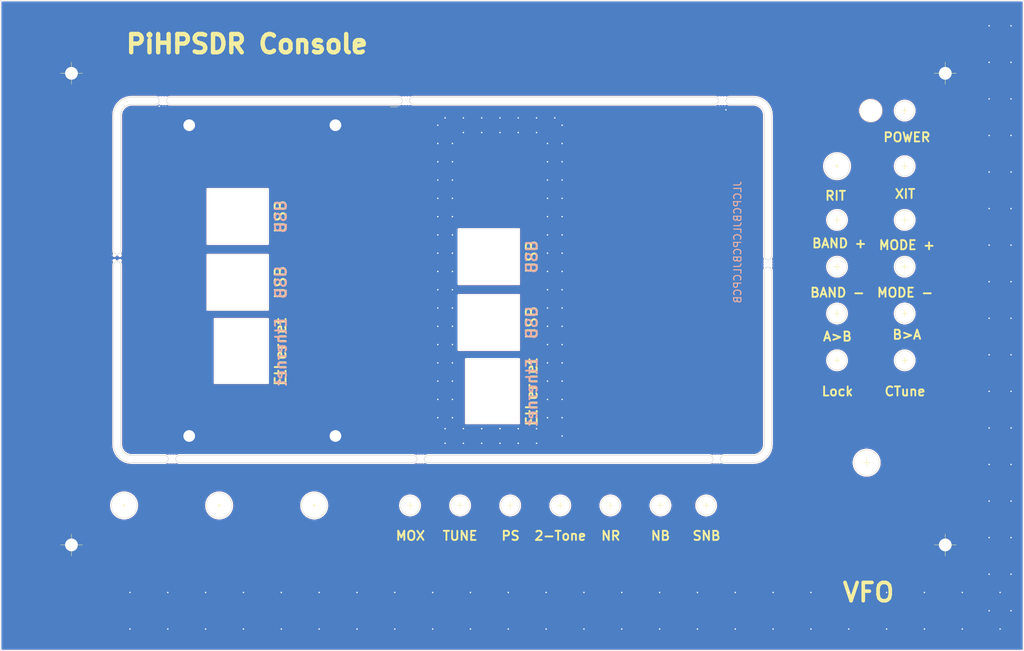
<source format=kicad_pcb>
(kicad_pcb (version 20171130) (host pcbnew "(5.1.5)-3")
  (layers (0 F.Cu signal) (31 B.Cu signal) (34 B.Paste user) (35 F.Paste user) (36 B.SilkS user) (37 F.SilkS user) (38 B.Mask user) (39 F.Mask user) (44 Edge.Cuts user))
  (net 0 "")
  (net 1 GND)
  (module MountingHole:MountingHole_3.5mm_Pad (layer F.Cu) (at 38.8 38.8)
    (fp_text reference H2 hide)
    (fp_text value MountingHole_Pad)
    (pad 1 thru_hole circle (at 0 0) (size 7 7) (drill 3.5) (layers *.Cu *.Mask) (net 1 GND))
  )
  (module "pihpsdr graphic:mouse-bite-2mm-slot" (layer F.Cu) (at 51.3 89.3 90)
    (fp_text reference mouse-bite-2mm-slot hide)
    (fp_text value VAL** hide)
    (fp_arc (start 2 0) (end 2 1) (angle 180) (layer Edge.Cuts) (width 0.15))
    (fp_arc (start -2 0) (end -2 -1) (angle 180) (layer Edge.Cuts) (width 0.15))
    (pad "" np_thru_hole circle (at 0.75 0.75 90) (size 0.5 0.5) (drill 0.5) (layers *.Cu *.Mask))
    (pad "" np_thru_hole circle (at -0.75 0.75 90) (size 0.5 0.5) (drill 0.5) (layers *.Cu *.Mask))
    (pad "" np_thru_hole circle (at -0.75 -0.75 90) (size 0.5 0.5) (drill 0.5) (layers *.Cu *.Mask))
    (pad "" np_thru_hole circle (at 0.75 -0.75 90) (size 0.5 0.5) (drill 0.5) (layers *.Cu *.Mask))
  )
  (module "pihpsdr graphic:mouse-bite-2mm-slot" (layer F.Cu) (at 229.3 90.8 90)
    (fp_text reference mouse-bite-2mm-slot hide)
    (fp_text value VAL** hide)
    (fp_arc (start 2 0) (end 2 1) (angle 180) (layer Edge.Cuts) (width 0.15))
    (fp_arc (start -2 0) (end -2 -1) (angle 180) (layer Edge.Cuts) (width 0.15))
    (pad "" np_thru_hole circle (at 0.75 0.75 90) (size 0.5 0.5) (drill 0.5) (layers *.Cu *.Mask))
    (pad "" np_thru_hole circle (at -0.75 0.75 90) (size 0.5 0.5) (drill 0.5) (layers *.Cu *.Mask))
    (pad "" np_thru_hole circle (at -0.75 -0.75 90) (size 0.5 0.5) (drill 0.5) (layers *.Cu *.Mask))
    (pad "" np_thru_hole circle (at 0.75 -0.75 90) (size 0.5 0.5) (drill 0.5) (layers *.Cu *.Mask))
    (pad "" np_thru_hole circle (at 0 0.75 90) (size 0.5 0.5) (drill 0.5) (layers *.Cu *.Mask))
    (pad "" np_thru_hole circle (at 0 -0.75 90) (size 0.5 0.5) (drill 0.5) (layers *.Cu *.Mask))
  )
  (module "pihpsdr graphic:mouse-bite-2mm-slot" (layer F.Cu) (at 215.3 144.3)
    (fp_text reference mouse-bite-2mm-slot hide)
    (fp_text value VAL** hide)
    (fp_arc (start 2 0) (end 2 1) (angle 180) (layer Edge.Cuts) (width 0.15))
    (fp_arc (start -2 0) (end -2 -1) (angle 180) (layer Edge.Cuts) (width 0.15))
    (pad "" np_thru_hole circle (at 0.75 0.75) (size 0.5 0.5) (drill 0.5) (layers *.Cu *.Mask))
    (pad "" np_thru_hole circle (at -0.75 0.75) (size 0.5 0.5) (drill 0.5) (layers *.Cu *.Mask))
    (pad "" np_thru_hole circle (at -0.75 -0.75) (size 0.5 0.5) (drill 0.5) (layers *.Cu *.Mask))
    (pad "" np_thru_hole circle (at 0.75 -0.75) (size 0.5 0.5) (drill 0.5) (layers *.Cu *.Mask))
    (pad "" np_thru_hole circle (at 0 0.75) (size 0.5 0.5) (drill 0.5) (layers *.Cu *.Mask))
    (pad "" np_thru_hole circle (at 0 -0.75) (size 0.5 0.5) (drill 0.5) (layers *.Cu *.Mask))
  )
  (module "pihpsdr graphic:mouse-bite-2mm-slot" (layer F.Cu) (at 66.3 144.3)
    (fp_text reference mouse-bite-2mm-slot hide)
    (fp_text value VAL** hide)
    (fp_arc (start 2 0) (end 2 1) (angle 180) (layer Edge.Cuts) (width 0.15))
    (fp_arc (start -2 0) (end -2 -1) (angle 180) (layer Edge.Cuts) (width 0.15))
    (pad "" np_thru_hole circle (at 0.75 0.75) (size 0.5 0.5) (drill 0.5) (layers *.Cu *.Mask))
    (pad "" np_thru_hole circle (at -0.75 0.75) (size 0.5 0.5) (drill 0.5) (layers *.Cu *.Mask))
    (pad "" np_thru_hole circle (at -0.75 -0.75) (size 0.5 0.5) (drill 0.5) (layers *.Cu *.Mask))
    (pad "" np_thru_hole circle (at 0.75 -0.75) (size 0.5 0.5) (drill 0.5) (layers *.Cu *.Mask))
    (pad "" np_thru_hole circle (at 0 0.75) (size 0.5 0.5) (drill 0.5) (layers *.Cu *.Mask))
    (pad "" np_thru_hole circle (at 0 -0.75) (size 0.5 0.5) (drill 0.5) (layers *.Cu *.Mask))
  )
  (module "pihpsdr graphic:mouse-bite-2mm-slot" (layer F.Cu) (at 134.3 144.3)
    (fp_text reference mouse-bite-2mm-slot hide)
    (fp_text value VAL** hide)
    (fp_arc (start 2 0) (end 2 1) (angle 180) (layer Edge.Cuts) (width 0.15))
    (fp_arc (start -2 0) (end -2 -1) (angle 180) (layer Edge.Cuts) (width 0.15))
    (pad "" np_thru_hole circle (at 0.75 0.75) (size 0.5 0.5) (drill 0.5) (layers *.Cu *.Mask))
    (pad "" np_thru_hole circle (at -0.75 0.75) (size 0.5 0.5) (drill 0.5) (layers *.Cu *.Mask))
    (pad "" np_thru_hole circle (at -0.75 -0.75) (size 0.5 0.5) (drill 0.5) (layers *.Cu *.Mask))
    (pad "" np_thru_hole circle (at 0.75 -0.75) (size 0.5 0.5) (drill 0.5) (layers *.Cu *.Mask))
    (pad "" np_thru_hole circle (at 0 0.75) (size 0.5 0.5) (drill 0.5) (layers *.Cu *.Mask))
    (pad "" np_thru_hole circle (at 0 -0.75) (size 0.5 0.5) (drill 0.5) (layers *.Cu *.Mask))
  )
  (module "pihpsdr graphic:mouse-bite-2mm-slot" (layer F.Cu) (at 130.3 46.3)
    (fp_text reference mouse-bite-2mm-slot hide)
    (fp_text value VAL** hide)
    (fp_arc (start 2 0) (end 2 1) (angle 180) (layer Edge.Cuts) (width 0.15))
    (fp_arc (start -2 0) (end -2 -1) (angle 180) (layer Edge.Cuts) (width 0.15))
    (pad "" np_thru_hole circle (at 0.75 0.75) (size 0.5 0.5) (drill 0.5) (layers *.Cu *.Mask))
    (pad "" np_thru_hole circle (at -0.75 0.75) (size 0.5 0.5) (drill 0.5) (layers *.Cu *.Mask))
    (pad "" np_thru_hole circle (at -0.75 -0.75) (size 0.5 0.5) (drill 0.5) (layers *.Cu *.Mask))
    (pad "" np_thru_hole circle (at 0.75 -0.75) (size 0.5 0.5) (drill 0.5) (layers *.Cu *.Mask))
    (pad "" np_thru_hole circle (at 0 0.75) (size 0.5 0.5) (drill 0.5) (layers *.Cu *.Mask))
    (pad "" np_thru_hole circle (at 0 -0.75) (size 0.5 0.5) (drill 0.5) (layers *.Cu *.Mask))
  )
  (module "pihpsdr graphic:mouse-bite-2mm-slot" (layer F.Cu) (at 216.8 46.3)
    (fp_text reference mouse-bite-2mm-slot hide)
    (fp_text value VAL** hide)
    (fp_arc (start 2 0) (end 2 1) (angle 180) (layer Edge.Cuts) (width 0.15))
    (fp_arc (start -2 0) (end -2 -1) (angle 180) (layer Edge.Cuts) (width 0.15))
    (pad "" np_thru_hole circle (at 0.75 0.75) (size 0.5 0.5) (drill 0.5) (layers *.Cu *.Mask))
    (pad "" np_thru_hole circle (at -0.75 0.75) (size 0.5 0.5) (drill 0.5) (layers *.Cu *.Mask))
    (pad "" np_thru_hole circle (at -0.75 -0.75) (size 0.5 0.5) (drill 0.5) (layers *.Cu *.Mask))
    (pad "" np_thru_hole circle (at 0.75 -0.75) (size 0.5 0.5) (drill 0.5) (layers *.Cu *.Mask))
    (pad "" np_thru_hole circle (at 0 0.75) (size 0.5 0.5) (drill 0.5) (layers *.Cu *.Mask))
    (pad "" np_thru_hole circle (at 0 -0.75) (size 0.5 0.5) (drill 0.5) (layers *.Cu *.Mask))
  )
  (module "pihpsdr graphic:mouse-bite-2mm-slot" (layer F.Cu) (at 63.8 46.3)
    (fp_text reference mouse-bite-2mm-slot hide)
    (fp_text value VAL** hide)
    (fp_arc (start 2 0) (end 2 1) (angle 180) (layer Edge.Cuts) (width 0.15))
    (fp_arc (start -2 0) (end -2 -1) (angle 180) (layer Edge.Cuts) (width 0.15))
    (pad "" np_thru_hole circle (at 0.75 0.75) (size 0.5 0.5) (drill 0.5) (layers *.Cu *.Mask))
    (pad "" np_thru_hole circle (at -0.75 0.75) (size 0.5 0.5) (drill 0.5) (layers *.Cu *.Mask))
    (pad "" np_thru_hole circle (at -0.75 -0.75) (size 0.5 0.5) (drill 0.5) (layers *.Cu *.Mask))
    (pad "" np_thru_hole circle (at 0.75 -0.75) (size 0.5 0.5) (drill 0.5) (layers *.Cu *.Mask))
    (pad "" np_thru_hole circle (at 0 0.75) (size 0.5 0.5) (drill 0.5) (layers *.Cu *.Mask))
    (pad "" np_thru_hole circle (at 0 -0.75) (size 0.5 0.5) (drill 0.5) (layers *.Cu *.Mask))
  )
  (module MountingHole:MountingHole_3.5mm_Pad (layer F.Cu) (at 277.8 38.8)
    (fp_text reference H1 hide)
    (fp_text value MountingHole_Pad)
    (pad 1 thru_hole circle (at 0 0) (size 7 7) (drill 3.5) (layers *.Cu *.Mask) (net 1 GND))
  )
  (module MountingHole:MountingHole_3.5mm_Pad (layer F.Cu) (at 38.8 167.8)
    (fp_text reference H3 hide)
    (fp_text value MountingHole_Pad)
    (pad 1 thru_hole circle (at 0 0) (size 7 7) (drill 3.5) (layers *.Cu *.Mask) (net 1 GND))
  )
  (module MountingHole:MountingHole_3.5mm_Pad (layer F.Cu) (at 277.8 167.8)
    (fp_text reference H4 hide)
    (fp_text value MountingHole_Pad)
    (pad 1 thru_hole circle (at 0 0) (size 7 7) (drill 3.5) (layers *.Cu *.Mask) (net 1 GND))
  )
  (module MountingHole:MountingHole_3.2mm_M3_Pad (layer F.Cu) (at 71 53 90)
    (fp_text reference H1 hide)
    (fp_text value MountingHole_Pad)
    (pad 1 thru_hole circle (at 0 0 90) (size 6.4 6.4) (drill 3.2) (layers *.Cu *.Mask) (net 1 GND))
  )
  (module MountingHole:MountingHole_3.2mm_M3_Pad (layer F.Cu) (at 111 53 90)
    (fp_text reference H2 hide)
    (fp_text value MountingHole_Pad)
    (pad 1 thru_hole circle (at 0 0 90) (size 6.4 6.4) (drill 3.2) (layers *.Cu *.Mask) (net 1 GND))
  )
  (module MountingHole:MountingHole_3.2mm_M3_Pad (layer F.Cu) (at 111 138 90)
    (fp_text reference H3 hide)
    (fp_text value MountingHole_Pad)
    (pad 1 thru_hole circle (at 0 0 90) (size 6.4 6.4) (drill 3.2) (layers *.Cu *.Mask) (net 1 GND))
  )
  (module MountingHole:MountingHole_3.2mm_M3_Pad (layer F.Cu) (at 71 138 90)
    (fp_text reference H4 hide)
    (fp_text value MountingHole_Pad)
    (pad 1 thru_hole circle (at 0 0 90) (size 6.4 6.4) (drill 3.2) (layers *.Cu *.Mask) (net 1 GND))
  )
  (gr_line (start 41.8 38.8) (end 35.8 38.8) (layer F.SilkS) (width 0.12))
  (gr_line (start 38.8 41.8) (end 38.8 35.8) (layer F.SilkS) (width 0.12))
  (gr_text JLCPCBJLCPCBJLCPCB (at 221 85 90) (layer B.SilkS) (effects (font (size 2 2) (thickness 0.3)) (justify mirror)))
  (gr_text "PiHPSDR Console" (at 86.8 30.8) (layer F.SilkS) (effects (font (size 5 5) (thickness 1.2))))
  (gr_line (start 68.3 145.3) (end 132.3 145.3) (layer Edge.Cuts) (width 0.15))
  (gr_line (start 55.3 145.3) (end 64.3 145.3) (layer Edge.Cuts) (width 0.15))
  (gr_line (start 132.3 47.3) (end 214.8 47.3) (layer Edge.Cuts) (width 0.15))
  (gr_line (start 65.8 47.3) (end 128.3 47.3) (layer Edge.Cuts) (width 0.15))
  (gr_line (start 52.3 140.3) (end 52.3 91.3) (layer Edge.Cuts) (width 0.15))
  (gr_line (start 64.3 143.3) (end 55.3 143.3) (layer Edge.Cuts) (width 0.15))
  (gr_line (start 132.3 143.3) (end 68.3 143.3) (layer Edge.Cuts) (width 0.15))
  (gr_line (start 213.3 143.3) (end 136.3 143.3) (layer Edge.Cuts) (width 0.15))
  (gr_line (start 225.3 143.3) (end 217.3 143.3) (layer Edge.Cuts) (width 0.15))
  (gr_line (start 228.3 140.3) (end 228.3 92.8) (layer Edge.Cuts) (width 0.15))
  (gr_line (start 228.3 50.3) (end 228.3 88.8) (layer Edge.Cuts) (width 0.15))
  (gr_line (start 225.3 47.3) (end 218.8 47.3) (layer Edge.Cuts) (width 0.15))
  (gr_arc (start 225.3 50.3) (end 228.3 50.3) (angle -90) (layer Edge.Cuts) (width 0.15))
  (gr_arc (start 225.3 140.3) (end 225.3 143.3) (angle -90) (layer Edge.Cuts) (width 0.15))
  (gr_arc (start 55.3 140.3) (end 52.3 140.3) (angle -90) (layer Edge.Cuts) (width 0.15))
  (gr_line (start 61.8 47.3) (end 55.3 47.3) (layer Edge.Cuts) (width 0.15))
  (gr_line (start 52.3 87.3) (end 52.3 50.3) (layer Edge.Cuts) (width 0.15))
  (gr_arc (start 55.3 50.3) (end 55.3 47.3) (angle -90) (layer Edge.Cuts) (width 0.15))
  (gr_line (start 61.8 45.3) (end 55.3 45.3) (layer Edge.Cuts) (width 0.15))
  (gr_line (start 50.3 87.3) (end 50.3 50.3) (layer Edge.Cuts) (width 0.15))
  (gr_line (start 50.3 140.3) (end 50.3 91.3) (layer Edge.Cuts) (width 0.15))
  (gr_line (start 213.3 145.3) (end 136.3 145.3) (layer Edge.Cuts) (width 0.15))
  (gr_line (start 225.3 145.3) (end 217.3 145.3) (layer Edge.Cuts) (width 0.15))
  (gr_line (start 230.3 92.8) (end 230.3 140.3) (layer Edge.Cuts) (width 0.15))
  (gr_line (start 230.3 50.3) (end 230.3 88.8) (layer Edge.Cuts) (width 0.15))
  (gr_line (start 218.8 45.3) (end 225.3 45.3) (layer Edge.Cuts) (width 0.15))
  (gr_line (start 132.3 45.3) (end 214.8 45.3) (layer Edge.Cuts) (width 0.15))
  (gr_line (start 65.8 45.3) (end 128.3 45.3) (layer Edge.Cuts) (width 0.15))
  (gr_line (start 19.3 18.8) (end 19.3 196.8) (layer Edge.Cuts) (width 0.1))
  (gr_line (start 299.3 18.8) (end 19.3 18.8) (layer Edge.Cuts) (width 0.1))
  (gr_line (start 299.3 196.8) (end 299.3 18.8) (layer Edge.Cuts) (width 0.1))
  (gr_line (start 19.3 196.8) (end 299.3 196.8) (layer Edge.Cuts) (width 0.1))
  (gr_arc (start 55.3 140.3) (end 50.3 140.3) (angle -90) (layer Edge.Cuts) (width 0.15))
  (gr_arc (start 225.3 140.3) (end 225.3 145.3) (angle -90) (layer Edge.Cuts) (width 0.15))
  (gr_arc (start 225.3 50.3) (end 230.3 50.3) (angle -90) (layer Edge.Cuts) (width 0.15))
  (gr_arc (start 55.3 50.3) (end 55.3 45.3) (angle -90) (layer Edge.Cuts) (width 0.15))
  (gr_text POWER (at 267.3 56.3) (layer F.SilkS) (effects (font (size 2.5 2.5) (thickness 0.5))))
  (gr_text XIT (at 266.8 71.8) (layer F.SilkS) (effects (font (size 2.5 2.5) (thickness 0.5))))
  (gr_text RIT (at 247.8 72.3) (layer F.SilkS) (effects (font (size 2.5 2.5) (thickness 0.5))))
  (gr_text "MODE +" (at 267.3 85.8) (layer F.SilkS) (effects (font (size 2.5 2.5) (thickness 0.5))))
  (gr_text "BAND +" (at 248.8 85.3) (layer F.SilkS) (effects (font (size 2.5 2.5) (thickness 0.5))))
  (gr_text "MODE -" (at 266.8 98.8) (layer F.SilkS) (effects (font (size 2.5 2.5) (thickness 0.5))))
  (gr_text "BAND -" (at 248.3 98.8) (layer F.SilkS) (effects (font (size 2.5 2.5) (thickness 0.5))))
  (gr_text B>A (at 267.3 110.3) (layer F.SilkS) (effects (font (size 2.5 2.5) (thickness 0.5))))
  (gr_text A>B (at 248.3 110.8) (layer F.SilkS) (effects (font (size 2.5 2.5) (thickness 0.5))))
  (gr_text CTune (at 266.8 125.8) (layer F.SilkS) (effects (font (size 2.5 2.5) (thickness 0.5))))
  (gr_text "Lock\n" (at 248.3 125.8) (layer F.SilkS) (effects (font (size 2.5 2.5) (thickness 0.5))))
  (gr_text "VFO\n" (at 256.8 180.8) (layer F.SilkS) (effects (font (size 5 5) (thickness 1))))
  (gr_text "SNB\n" (at 212.5 165.3) (layer F.SilkS) (effects (font (size 2.5 2.5) (thickness 0.5))))
  (gr_text "NB\n" (at 199.9 165.3) (layer F.SilkS) (effects (font (size 2.5 2.5) (thickness 0.5))))
  (gr_text "NR\n" (at 186.3 165.3) (layer F.SilkS) (effects (font (size 2.5 2.5) (thickness 0.5))))
  (gr_text 2-Tone (at 172.5 165.3) (layer F.SilkS) (effects (font (size 2.5 2.5) (thickness 0.5))))
  (gr_text "PS\n" (at 158.9 165.3) (layer F.SilkS) (effects (font (size 2.5 2.5) (thickness 0.5))))
  (gr_text "TUNE\n" (at 145.1 165.3) (layer F.SilkS) (effects (font (size 2.5 2.5) (thickness 0.5))))
  (gr_text MOX (at 131.5 165.3) (layer F.SilkS) (effects (font (size 2.5 2.5) (thickness 0.5))))
  (gr_circle (center 257.43 49) (end 260.6 48.7) (layer B.SilkS) (width 0.12))
  (gr_circle (center 79.2 157) (end 82.7 157) (layer Edge.Cuts) (width 0.12))
  (gr_line (start 78.7 157) (end 79.7 157) (layer F.SilkS) (width 0.12))
  (gr_line (start 52.7 157) (end 53.7 157) (layer F.SilkS) (width 0.12))
  (gr_line (start 53.2 156.5) (end 53.2 157.5) (layer F.SilkS) (width 0.12))
  (gr_line (start 79.2 156.5) (end 79.2 157.5) (layer F.SilkS) (width 0.12))
  (gr_line (start 104.7 157) (end 105.7 157) (layer F.SilkS) (width 0.12))
  (gr_line (start 105.2 156.5) (end 105.2 157.5) (layer F.SilkS) (width 0.12))
  (gr_circle (center 256.3 145.3) (end 259.8 145.3) (layer Edge.Cuts) (width 0.12))
  (gr_circle (center 172.5 157) (end 175.15 157) (layer Edge.Cuts) (width 0.12))
  (gr_circle (center 186.2 157) (end 188.85 157) (layer Edge.Cuts) (width 0.12))
  (gr_circle (center 199.9 157) (end 202.55 157) (layer Edge.Cuts) (width 0.12))
  (gr_circle (center 212.4 157) (end 215.05 157) (layer Edge.Cuts) (width 0.12))
  (gr_circle (center 266.7 117.3) (end 269.35 117.3) (layer Edge.Cuts) (width 0.12))
  (gr_circle (center 248.2 117.3) (end 250.85 117.3) (layer Edge.Cuts) (width 0.12))
  (gr_circle (center 248.2 104.5) (end 250.85 104.5) (layer Edge.Cuts) (width 0.12))
  (gr_circle (center 266.7 104.5) (end 269.35 104.5) (layer Edge.Cuts) (width 0.12))
  (gr_circle (center 266.7 91.7) (end 269.35 91.7) (layer Edge.Cuts) (width 0.12))
  (gr_circle (center 248.2 91.7) (end 250.85 91.7) (layer Edge.Cuts) (width 0.12))
  (gr_circle (center 248.2 78.9) (end 250.85 78.9) (layer Edge.Cuts) (width 0.12))
  (gr_circle (center 266.7 78.9) (end 269.35 78.9) (layer Edge.Cuts) (width 0.12))
  (gr_circle (center 248.2 64.2) (end 251.7 64.2) (layer Edge.Cuts) (width 0.12))
  (gr_line (start 247.7 64.2) (end 248.7 64.2) (layer F.SilkS) (width 0.12))
  (gr_line (start 248.2 63.7) (end 248.2 64.7) (layer F.SilkS) (width 0.12))
  (gr_circle (center 266.7 64.2) (end 269.35 64.2) (layer Edge.Cuts) (width 0.12))
  (gr_circle (center 266.7 49) (end 269.35 49) (layer Edge.Cuts) (width 0.12))
  (gr_circle (center 158.8 157) (end 161.45 157) (layer Edge.Cuts) (width 0.12))
  (gr_circle (center 145.1 157) (end 147.75 157) (layer Edge.Cuts) (width 0.12))
  (gr_circle (center 131.4 157) (end 134.05 157) (layer Edge.Cuts) (width 0.12))
  (gr_circle (center 105.2 157) (end 108.7 157) (layer Edge.Cuts) (width 0.12))
  (gr_circle (center 53.2 157) (end 56.7 157) (layer Edge.Cuts) (width 0.12))
  (gr_line (start 38.8 170.8) (end 38.8 164.8) (layer F.SilkS) (width 0.12))
  (gr_line (start 41.8 167.8) (end 35.8 167.8) (layer F.SilkS) (width 0.12))
  (gr_line (start 257.3 145.3) (end 255.3 145.3) (layer F.SilkS) (width 0.12))
  (gr_line (start 256.3 146.3) (end 256.3 143.8) (layer F.SilkS) (width 0.12))
  (gr_line (start 280.8 38.8) (end 274.8 38.8) (layer F.SilkS) (width 0.12))
  (gr_line (start 277.8 41.8) (end 277.8 35.8) (layer F.SilkS) (width 0.12))
  (gr_line (start 277.8 164.8) (end 277.8 170.8) (layer F.SilkS) (width 0.12))
  (gr_line (start 274.8 167.8) (end 280.8 167.8) (layer F.SilkS) (width 0.12))
  (gr_line (start 265.8 49) (end 267.5 49) (layer F.SilkS) (width 0.12))
  (gr_line (start 266.7 48.1) (end 266.7 49.8) (layer F.SilkS) (width 0.12))
  (gr_line (start 266.7 63.3) (end 266.7 65.1) (layer F.SilkS) (width 0.12))
  (gr_line (start 267.6 64.2) (end 265.8 64.2) (layer F.SilkS) (width 0.12))
  (gr_line (start 267.6 78.9) (end 265.8 78.9) (layer F.SilkS) (width 0.12))
  (gr_line (start 266.7 78) (end 266.7 79.8) (layer F.SilkS) (width 0.12))
  (gr_line (start 132.3 157) (end 130.5 157) (layer F.SilkS) (width 0.12))
  (gr_line (start 131.4 156.1) (end 131.4 157.9) (layer F.SilkS) (width 0.12))
  (gr_line (start 158.8 156.1) (end 158.8 157.9) (layer F.SilkS) (width 0.12))
  (gr_line (start 159.7 157) (end 157.9 157) (layer F.SilkS) (width 0.12))
  (gr_line (start 146 157) (end 144.2 157) (layer F.SilkS) (width 0.12))
  (gr_line (start 145.1 156.1) (end 145.1 157.8) (layer F.SilkS) (width 0.12))
  (gr_line (start 172.5 156.1) (end 172.5 157.8) (layer F.SilkS) (width 0.12))
  (gr_line (start 173.4 157) (end 171.6 157) (layer F.SilkS) (width 0.12))
  (gr_line (start 187 157) (end 185.3 157) (layer F.SilkS) (width 0.12))
  (gr_line (start 186.2 156.1) (end 186.2 157.9) (layer F.SilkS) (width 0.12))
  (gr_line (start 199.9 156.1) (end 199.9 157.9) (layer F.SilkS) (width 0.12))
  (gr_line (start 200.8 157) (end 199.1 157) (layer F.SilkS) (width 0.12))
  (gr_line (start 211.6 157) (end 213.2 157) (layer F.SilkS) (width 0.12))
  (gr_line (start 212.4 157.8) (end 212.4 156.1) (layer F.SilkS) (width 0.12))
  (gr_line (start 248.2 116.4) (end 248.2 118.1) (layer F.SilkS) (width 0.12))
  (gr_line (start 248.2 103.6) (end 248.2 105.4) (layer F.SilkS) (width 0.12))
  (gr_line (start 248.2 90.8) (end 248.2 92.6) (layer F.SilkS) (width 0.12))
  (gr_line (start 248.2 78) (end 248.2 79.8) (layer F.SilkS) (width 0.12))
  (gr_line (start 247.3 78.9) (end 249.1 78.9) (layer F.SilkS) (width 0.12))
  (gr_line (start 247.3 91.7) (end 249.1 91.7) (layer F.SilkS) (width 0.12))
  (gr_line (start 247.5 104.5) (end 248.9 104.5) (layer F.SilkS) (width 0.12))
  (gr_line (start 247.5 117.3) (end 248.9 117.3) (layer F.SilkS) (width 0.12))
  (gr_line (start 265.9 117.3) (end 267.5 117.3) (layer F.SilkS) (width 0.12))
  (gr_line (start 266.7 116.5) (end 266.7 118.1) (layer F.SilkS) (width 0.12))
  (gr_line (start 265.9 104.5) (end 267.5 104.5) (layer F.SilkS) (width 0.12))
  (gr_line (start 266.7 105.3) (end 266.7 103.7) (layer F.SilkS) (width 0.12))
  (gr_line (start 267.7 91.7) (end 265.7 91.7) (layer F.SilkS) (width 0.12))
  (gr_line (start 266.7 90.9) (end 266.7 92.5) (layer F.SilkS) (width 0.12))
  (gr_line (start 76 70.46) (end 92.5 70.46) (angle 90) (layer Edge.Cuts) (width 0.05))
  (gr_text Ethernet (at 96.1 115 90) (layer B.SilkS) (effects (font (size 3 3) (thickness 0.5)) (justify mirror)))
  (gr_text "USB\n" (at 96.1 78 90) (layer B.SilkS) (effects (font (size 3 3) (thickness 0.5)) (justify mirror)))
  (gr_text "USB\n" (at 96.1 96 90) (layer B.SilkS) (effects (font (size 3 3) (thickness 0.5)) (justify mirror)))
  (gr_text "USB\n" (at 164.7 107 90) (layer B.SilkS) (effects (font (size 3 3) (thickness 0.5)) (justify mirror)))
  (gr_text "USB\n" (at 164.7 89 90) (layer B.SilkS) (effects (font (size 3 3) (thickness 0.5)) (justify mirror)))
  (gr_text Ethernet (at 164.7 126 90) (layer B.SilkS) (effects (font (size 3 3) (thickness 0.5)) (justify mirror)))
  (gr_text "USB\n" (at 164.7 89 90) (layer F.SilkS) (effects (font (size 3 3) (thickness 0.5))))
  (gr_text "USB\n" (at 164.7 107 90) (layer F.SilkS) (effects (font (size 3 3) (thickness 0.5))))
  (gr_text Ethernet (at 164.7 126 90) (layer F.SilkS) (effects (font (size 3 3) (thickness 0.5))))
  (gr_line (start 161.2 96.46) (end 144.7 96.46) (angle 90) (layer Edge.Cuts) (width 0.05))
  (gr_line (start 146.7 117) (end 161.2 117) (angle 90) (layer Edge.Cuts) (width 0.05))
  (gr_line (start 146.7 134.5) (end 146.7 117) (angle 90) (layer Edge.Cuts) (width 0.05))
  (gr_line (start 144.7 81.46) (end 161.2 81.46) (angle 90) (layer Edge.Cuts) (width 0.05))
  (gr_line (start 161.2 99.46) (end 161.2 114.46) (angle 90) (layer Edge.Cuts) (width 0.05))
  (gr_line (start 144.7 99.46) (end 161.2 99.46) (angle 90) (layer Edge.Cuts) (width 0.05))
  (gr_line (start 161.2 134.5) (end 146.7 134.5) (angle 90) (layer Edge.Cuts) (width 0.05))
  (gr_line (start 144.7 96.46) (end 144.7 81.46) (angle 90) (layer Edge.Cuts) (width 0.05))
  (gr_line (start 161.2 114.46) (end 144.7 114.46) (angle 90) (layer Edge.Cuts) (width 0.05))
  (gr_line (start 144.7 114.46) (end 144.7 99.46) (angle 90) (layer Edge.Cuts) (width 0.05))
  (gr_line (start 161.2 117) (end 161.2 134.5) (angle 90) (layer Edge.Cuts) (width 0.05))
  (gr_line (start 161.2 81.46) (end 161.2 96.46) (angle 90) (layer Edge.Cuts) (width 0.05))
  (gr_line (start 126 48) (end 128 48) (layer F.SilkS) (width 0.12))
  (gr_text "USB\n" (at 96 78 90) (layer F.SilkS) (effects (font (size 3 3) (thickness 0.5))))
  (gr_text "USB\n" (at 96 96 90) (layer F.SilkS) (effects (font (size 3 3) (thickness 0.5))))
  (gr_text Ethernet (at 96 115 90) (layer F.SilkS) (effects (font (size 3 3) (thickness 0.5))))
  (gr_line (start 78 123.5) (end 78 106) (angle 90) (layer Edge.Cuts) (width 0.05))
  (gr_line (start 78 106) (end 92.5 106) (angle 90) (layer Edge.Cuts) (width 0.05))
  (gr_line (start 92.5 106) (end 92.5 123.5) (angle 90) (layer Edge.Cuts) (width 0.05))
  (gr_line (start 92.5 123.5) (end 78 123.5) (angle 90) (layer Edge.Cuts) (width 0.05))
  (gr_line (start 76 103.46) (end 76 88.46) (angle 90) (layer Edge.Cuts) (width 0.05))
  (gr_line (start 76 88.46) (end 92.5 88.46) (angle 90) (layer Edge.Cuts) (width 0.05))
  (gr_line (start 92.5 88.46) (end 92.5 103.46) (angle 90) (layer Edge.Cuts) (width 0.05))
  (gr_line (start 92.5 103.46) (end 76 103.46) (angle 90) (layer Edge.Cuts) (width 0.05))
  (gr_line (start 76 85.46) (end 76 70.46) (angle 90) (layer Edge.Cuts) (width 0.05))
  (gr_line (start 92.5 70.46) (end 92.5 85.46) (angle 90) (layer Edge.Cuts) (width 0.05))
  (gr_line (start 92.5 85.46) (end 76 85.46) (angle 90) (layer Edge.Cuts) (width 0.05))
  (via (at 217.8 48.8) (size 0.8) (drill 0.4) (layers F.Cu B.Cu) (net 1))
  (via (at 62.8 47.8) (size 0.8) (drill 0.4) (layers F.Cu B.Cu) (net 1))
  (via (at 295.8 175.8) (size 0.8) (drill 0.4) (layers F.Cu B.Cu) (net 1))
  (via (at 295.8 165.8) (size 0.8) (drill 0.4) (layers F.Cu B.Cu) (net 1))
  (via (at 295.8 155.8) (size 0.8) (drill 0.4) (layers F.Cu B.Cu) (net 1))
  (via (at 295.8 145.8) (size 0.8) (drill 0.4) (layers F.Cu B.Cu) (net 1))
  (via (at 295.8 135.8) (size 0.8) (drill 0.4) (layers F.Cu B.Cu) (net 1))
  (via (at 295.8 125.8) (size 0.8) (drill 0.4) (layers F.Cu B.Cu) (net 1))
  (via (at 295.8 115.8) (size 0.8) (drill 0.4) (layers F.Cu B.Cu) (net 1))
  (via (at 295.8 105.8) (size 0.8) (drill 0.4) (layers F.Cu B.Cu) (net 1))
  (via (at 295.8 95.8) (size 0.8) (drill 0.4) (layers F.Cu B.Cu) (net 1))
  (via (at 295.8 85.8) (size 0.8) (drill 0.4) (layers F.Cu B.Cu) (net 1))
  (via (at 295.8 75.8) (size 0.8) (drill 0.4) (layers F.Cu B.Cu) (net 1))
  (via (at 295.8 65.8) (size 0.8) (drill 0.4) (layers F.Cu B.Cu) (net 1))
  (via (at 295.8 55.8) (size 0.8) (drill 0.4) (layers F.Cu B.Cu) (net 1))
  (via (at 295.8 45.8) (size 0.8) (drill 0.4) (layers F.Cu B.Cu) (net 1))
  (via (at 295.8 35.8) (size 0.8) (drill 0.4) (layers F.Cu B.Cu) (net 1))
  (via (at 295.8 185.8) (size 0.8) (drill 0.4) (layers F.Cu B.Cu) (net 1))
  (via (at 295.8 25.8) (size 0.8) (drill 0.4) (layers F.Cu B.Cu) (net 1))
  (via (at 289.8 35.8) (size 0.8) (drill 0.4) (layers F.Cu B.Cu) (net 1))
  (via (at 289.8 45.8) (size 0.8) (drill 0.4) (layers F.Cu B.Cu) (net 1))
  (via (at 289.8 55.8) (size 0.8) (drill 0.4) (layers F.Cu B.Cu) (net 1))
  (via (at 289.8 65.8) (size 0.8) (drill 0.4) (layers F.Cu B.Cu) (net 1))
  (via (at 289.8 75.8) (size 0.8) (drill 0.4) (layers F.Cu B.Cu) (net 1))
  (via (at 289.8 85.8) (size 0.8) (drill 0.4) (layers F.Cu B.Cu) (net 1))
  (via (at 289.8 95.8) (size 0.8) (drill 0.4) (layers F.Cu B.Cu) (net 1))
  (via (at 289.8 105.8) (size 0.8) (drill 0.4) (layers F.Cu B.Cu) (net 1))
  (via (at 289.8 115.8) (size 0.8) (drill 0.4) (layers F.Cu B.Cu) (net 1))
  (via (at 289.8 125.8) (size 0.8) (drill 0.4) (layers F.Cu B.Cu) (net 1))
  (via (at 289.8 135.8) (size 0.8) (drill 0.4) (layers F.Cu B.Cu) (net 1))
  (via (at 289.8 145.8) (size 0.8) (drill 0.4) (layers F.Cu B.Cu) (net 1))
  (via (at 289.8 155.8) (size 0.8) (drill 0.4) (layers F.Cu B.Cu) (net 1))
  (via (at 289.8 165.8) (size 0.8) (drill 0.4) (layers F.Cu B.Cu) (net 1))
  (via (at 289.8 175.8) (size 0.8) (drill 0.4) (layers F.Cu B.Cu) (net 1))
  (via (at 289.8 25.8) (size 0.8) (drill 0.4) (layers F.Cu B.Cu) (net 1))
  (via (at 289.8 185.8) (size 0.8) (drill 0.4) (layers F.Cu B.Cu) (net 1))
  (via (at 65.147826 190.8) (size 0.8) (drill 0.4) (layers F.Cu B.Cu) (net 1))
  (via (at 75.495652 190.8) (size 0.8) (drill 0.4) (layers F.Cu B.Cu) (net 1))
  (via (at 85.843478 190.8) (size 0.8) (drill 0.4) (layers F.Cu B.Cu) (net 1))
  (via (at 96.191304 190.8) (size 0.8) (drill 0.4) (layers F.Cu B.Cu) (net 1))
  (via (at 106.53913 190.8) (size 0.8) (drill 0.4) (layers F.Cu B.Cu) (net 1))
  (via (at 116.886956 190.8) (size 0.8) (drill 0.4) (layers F.Cu B.Cu) (net 1))
  (via (at 127.234782 190.8) (size 0.8) (drill 0.4) (layers F.Cu B.Cu) (net 1))
  (via (at 137.582608 190.8) (size 0.8) (drill 0.4) (layers F.Cu B.Cu) (net 1))
  (via (at 147.930434 190.8) (size 0.8) (drill 0.4) (layers F.Cu B.Cu) (net 1))
  (via (at 158.27826 190.8) (size 0.8) (drill 0.4) (layers F.Cu B.Cu) (net 1))
  (via (at 168.626086 190.8) (size 0.8) (drill 0.4) (layers F.Cu B.Cu) (net 1))
  (via (at 178.973913 190.8) (size 0.8) (drill 0.4) (layers F.Cu B.Cu) (net 1))
  (via (at 189.321739 190.8) (size 0.8) (drill 0.4) (layers F.Cu B.Cu) (net 1))
  (via (at 199.669565 190.8) (size 0.8) (drill 0.4) (layers F.Cu B.Cu) (net 1))
  (via (at 210.017391 190.8) (size 0.8) (drill 0.4) (layers F.Cu B.Cu) (net 1))
  (via (at 220.365217 190.8) (size 0.8) (drill 0.4) (layers F.Cu B.Cu) (net 1))
  (via (at 230.713043 190.8) (size 0.8) (drill 0.4) (layers F.Cu B.Cu) (net 1))
  (via (at 241.060869 190.8) (size 0.8) (drill 0.4) (layers F.Cu B.Cu) (net 1))
  (via (at 251.408695 190.8) (size 0.8) (drill 0.4) (layers F.Cu B.Cu) (net 1))
  (via (at 261.756521 190.8) (size 0.8) (drill 0.4) (layers F.Cu B.Cu) (net 1))
  (via (at 272.104347 190.8) (size 0.8) (drill 0.4) (layers F.Cu B.Cu) (net 1))
  (via (at 282.452173 190.8) (size 0.8) (drill 0.4) (layers F.Cu B.Cu) (net 1))
  (via (at 54.8 190.8) (size 0.8) (drill 0.4) (layers F.Cu B.Cu) (net 1))
  (via (at 292.8 190.8) (size 0.8) (drill 0.4) (layers F.Cu B.Cu) (net 1))
  (via (at 282.452173 180.8) (size 0.8) (drill 0.4) (layers F.Cu B.Cu) (net 1))
  (via (at 272.104347 180.8) (size 0.8) (drill 0.4) (layers F.Cu B.Cu) (net 1))
  (via (at 261.756521 180.8) (size 0.8) (drill 0.4) (layers F.Cu B.Cu) (net 1))
  (via (at 251.408695 180.8) (size 0.8) (drill 0.4) (layers F.Cu B.Cu) (net 1))
  (via (at 241.060869 180.8) (size 0.8) (drill 0.4) (layers F.Cu B.Cu) (net 1))
  (via (at 230.713043 180.8) (size 0.8) (drill 0.4) (layers F.Cu B.Cu) (net 1))
  (via (at 220.365217 180.8) (size 0.8) (drill 0.4) (layers F.Cu B.Cu) (net 1))
  (via (at 210.017391 180.8) (size 0.8) (drill 0.4) (layers F.Cu B.Cu) (net 1))
  (via (at 199.669565 180.8) (size 0.8) (drill 0.4) (layers F.Cu B.Cu) (net 1))
  (via (at 189.321739 180.8) (size 0.8) (drill 0.4) (layers F.Cu B.Cu) (net 1))
  (via (at 178.973913 180.8) (size 0.8) (drill 0.4) (layers F.Cu B.Cu) (net 1))
  (via (at 168.626086 180.8) (size 0.8) (drill 0.4) (layers F.Cu B.Cu) (net 1))
  (via (at 158.27826 180.8) (size 0.8) (drill 0.4) (layers F.Cu B.Cu) (net 1))
  (via (at 147.930434 180.8) (size 0.8) (drill 0.4) (layers F.Cu B.Cu) (net 1))
  (via (at 137.582608 180.8) (size 0.8) (drill 0.4) (layers F.Cu B.Cu) (net 1))
  (via (at 127.234782 180.8) (size 0.8) (drill 0.4) (layers F.Cu B.Cu) (net 1))
  (via (at 116.886956 180.8) (size 0.8) (drill 0.4) (layers F.Cu B.Cu) (net 1))
  (via (at 106.53913 180.8) (size 0.8) (drill 0.4) (layers F.Cu B.Cu) (net 1))
  (via (at 96.191304 180.8) (size 0.8) (drill 0.4) (layers F.Cu B.Cu) (net 1))
  (via (at 85.843478 180.8) (size 0.8) (drill 0.4) (layers F.Cu B.Cu) (net 1))
  (via (at 75.495652 180.8) (size 0.8) (drill 0.4) (layers F.Cu B.Cu) (net 1))
  (via (at 65.147826 180.8) (size 0.8) (drill 0.4) (layers F.Cu B.Cu) (net 1))
  (via (at 292.8 180.8) (size 0.8) (drill 0.4) (layers F.Cu B.Cu) (net 1))
  (via (at 54.8 180.8) (size 0.8) (drill 0.4) (layers F.Cu B.Cu) (net 1))
  (segment (start 277.8 38.8) (end 291.8 24.8) (width 0.25) (layer B.Cu) (net 1))
  (segment (start 291.8 24.8) (end 292.8 25.8) (width 0.25) (layer B.Cu) (net 1))
  (segment (start 292.8 25.8) (end 292.8 185.8) (width 0.25) (layer B.Cu) (net 1))
  (segment (start 292.8 185.8) (end 54.8 185.8) (width 0.25) (layer B.Cu) (net 1))
  (via (at 166 51) (size 0.8) (drill 0.4) (layers F.Cu B.Cu) (net 1))
  (via (at 161 51) (size 0.8) (drill 0.4) (layers F.Cu B.Cu) (net 1))
  (via (at 156 51) (size 0.8) (drill 0.4) (layers F.Cu B.Cu) (net 1))
  (via (at 151 51) (size 0.8) (drill 0.4) (layers F.Cu B.Cu) (net 1))
  (via (at 146 51) (size 0.8) (drill 0.4) (layers F.Cu B.Cu) (net 1))
  (via (at 171 51) (size 0.8) (drill 0.4) (layers F.Cu B.Cu) (net 1))
  (via (at 141 51) (size 0.8) (drill 0.4) (layers F.Cu B.Cu) (net 1))
  (via (at 146 55) (size 0.8) (drill 0.4) (layers F.Cu B.Cu) (net 1))
  (via (at 151 55) (size 0.8) (drill 0.4) (layers F.Cu B.Cu) (net 1))
  (via (at 156 55) (size 0.8) (drill 0.4) (layers F.Cu B.Cu) (net 1))
  (via (at 161 55) (size 0.8) (drill 0.4) (layers F.Cu B.Cu) (net 1))
  (via (at 166 55) (size 0.8) (drill 0.4) (layers F.Cu B.Cu) (net 1))
  (via (at 166 136) (size 0.8) (drill 0.4) (layers F.Cu B.Cu) (net 1))
  (via (at 161 136) (size 0.8) (drill 0.4) (layers F.Cu B.Cu) (net 1))
  (via (at 156 136) (size 0.8) (drill 0.4) (layers F.Cu B.Cu) (net 1))
  (via (at 151 136) (size 0.8) (drill 0.4) (layers F.Cu B.Cu) (net 1))
  (via (at 146 136) (size 0.8) (drill 0.4) (layers F.Cu B.Cu) (net 1))
  (via (at 141 136) (size 0.8) (drill 0.4) (layers F.Cu B.Cu) (net 1))
  (via (at 146 140) (size 0.8) (drill 0.4) (layers F.Cu B.Cu) (net 1))
  (via (at 151 140) (size 0.8) (drill 0.4) (layers F.Cu B.Cu) (net 1))
  (via (at 156 140) (size 0.8) (drill 0.4) (layers F.Cu B.Cu) (net 1))
  (via (at 161 140) (size 0.8) (drill 0.4) (layers F.Cu B.Cu) (net 1))
  (via (at 166 140) (size 0.8) (drill 0.4) (layers F.Cu B.Cu) (net 1))
  (via (at 141 140) (size 0.8) (drill 0.4) (layers F.Cu B.Cu) (net 1))
  (via (at 143 128) (size 0.8) (drill 0.4) (layers F.Cu B.Cu) (net 1))
  (via (at 143 123) (size 0.8) (drill 0.4) (layers F.Cu B.Cu) (net 1))
  (via (at 143 118) (size 0.8) (drill 0.4) (layers F.Cu B.Cu) (net 1))
  (via (at 143 113) (size 0.8) (drill 0.4) (layers F.Cu B.Cu) (net 1))
  (via (at 143 108) (size 0.8) (drill 0.4) (layers F.Cu B.Cu) (net 1))
  (via (at 143 103) (size 0.8) (drill 0.4) (layers F.Cu B.Cu) (net 1))
  (via (at 143 98) (size 0.8) (drill 0.4) (layers F.Cu B.Cu) (net 1))
  (via (at 143 93) (size 0.8) (drill 0.4) (layers F.Cu B.Cu) (net 1))
  (via (at 143 88) (size 0.8) (drill 0.4) (layers F.Cu B.Cu) (net 1))
  (via (at 143 83) (size 0.8) (drill 0.4) (layers F.Cu B.Cu) (net 1))
  (via (at 143 78) (size 0.8) (drill 0.4) (layers F.Cu B.Cu) (net 1))
  (via (at 143 73) (size 0.8) (drill 0.4) (layers F.Cu B.Cu) (net 1))
  (via (at 143 68) (size 0.8) (drill 0.4) (layers F.Cu B.Cu) (net 1))
  (via (at 143 63) (size 0.8) (drill 0.4) (layers F.Cu B.Cu) (net 1))
  (via (at 143 58) (size 0.8) (drill 0.4) (layers F.Cu B.Cu) (net 1))
  (via (at 143 133) (size 0.8) (drill 0.4) (layers F.Cu B.Cu) (net 1))
  (via (at 139 58) (size 0.8) (drill 0.4) (layers F.Cu B.Cu) (net 1))
  (via (at 139 63) (size 0.8) (drill 0.4) (layers F.Cu B.Cu) (net 1))
  (via (at 139 68) (size 0.8) (drill 0.4) (layers F.Cu B.Cu) (net 1))
  (via (at 139 73) (size 0.8) (drill 0.4) (layers F.Cu B.Cu) (net 1))
  (via (at 139 78) (size 0.8) (drill 0.4) (layers F.Cu B.Cu) (net 1))
  (via (at 139 83) (size 0.8) (drill 0.4) (layers F.Cu B.Cu) (net 1))
  (via (at 139 88) (size 0.8) (drill 0.4) (layers F.Cu B.Cu) (net 1))
  (via (at 139 93) (size 0.8) (drill 0.4) (layers F.Cu B.Cu) (net 1))
  (via (at 139 98) (size 0.8) (drill 0.4) (layers F.Cu B.Cu) (net 1))
  (via (at 139 103) (size 0.8) (drill 0.4) (layers F.Cu B.Cu) (net 1))
  (via (at 139 108) (size 0.8) (drill 0.4) (layers F.Cu B.Cu) (net 1))
  (via (at 139 113) (size 0.8) (drill 0.4) (layers F.Cu B.Cu) (net 1))
  (via (at 139 118) (size 0.8) (drill 0.4) (layers F.Cu B.Cu) (net 1))
  (via (at 139 123) (size 0.8) (drill 0.4) (layers F.Cu B.Cu) (net 1))
  (via (at 139 128) (size 0.8) (drill 0.4) (layers F.Cu B.Cu) (net 1))
  (via (at 139 53) (size 0.8) (drill 0.4) (layers F.Cu B.Cu) (net 1))
  (via (at 139 133) (size 0.8) (drill 0.4) (layers F.Cu B.Cu) (net 1))
  (via (at 173 133) (size 0.8) (drill 0.4) (layers F.Cu B.Cu) (net 1))
  (via (at 173 128) (size 0.8) (drill 0.4) (layers F.Cu B.Cu) (net 1))
  (via (at 173 123) (size 0.8) (drill 0.4) (layers F.Cu B.Cu) (net 1))
  (via (at 173 118) (size 0.8) (drill 0.4) (layers F.Cu B.Cu) (net 1))
  (via (at 173 113) (size 0.8) (drill 0.4) (layers F.Cu B.Cu) (net 1))
  (via (at 173 108) (size 0.8) (drill 0.4) (layers F.Cu B.Cu) (net 1))
  (via (at 173 103) (size 0.8) (drill 0.4) (layers F.Cu B.Cu) (net 1))
  (via (at 173 98) (size 0.8) (drill 0.4) (layers F.Cu B.Cu) (net 1))
  (via (at 173 93) (size 0.8) (drill 0.4) (layers F.Cu B.Cu) (net 1))
  (via (at 173 88) (size 0.8) (drill 0.4) (layers F.Cu B.Cu) (net 1))
  (via (at 173 83) (size 0.8) (drill 0.4) (layers F.Cu B.Cu) (net 1))
  (via (at 173 78) (size 0.8) (drill 0.4) (layers F.Cu B.Cu) (net 1))
  (via (at 173 73) (size 0.8) (drill 0.4) (layers F.Cu B.Cu) (net 1))
  (via (at 173 68) (size 0.8) (drill 0.4) (layers F.Cu B.Cu) (net 1))
  (via (at 173 63) (size 0.8) (drill 0.4) (layers F.Cu B.Cu) (net 1))
  (via (at 173 58) (size 0.8) (drill 0.4) (layers F.Cu B.Cu) (net 1))
  (via (at 173 138) (size 0.8) (drill 0.4) (layers F.Cu B.Cu) (net 1))
  (via (at 173 53) (size 0.8) (drill 0.4) (layers F.Cu B.Cu) (net 1))
  (via (at 169 58) (size 0.8) (drill 0.4) (layers F.Cu B.Cu) (net 1))
  (via (at 169 63) (size 0.8) (drill 0.4) (layers F.Cu B.Cu) (net 1))
  (via (at 169 68) (size 0.8) (drill 0.4) (layers F.Cu B.Cu) (net 1))
  (via (at 169 73) (size 0.8) (drill 0.4) (layers F.Cu B.Cu) (net 1))
  (via (at 169 78) (size 0.8) (drill 0.4) (layers F.Cu B.Cu) (net 1))
  (via (at 169 83) (size 0.8) (drill 0.4) (layers F.Cu B.Cu) (net 1))
  (via (at 169 88) (size 0.8) (drill 0.4) (layers F.Cu B.Cu) (net 1))
  (via (at 169 93) (size 0.8) (drill 0.4) (layers F.Cu B.Cu) (net 1))
  (via (at 169 98) (size 0.8) (drill 0.4) (layers F.Cu B.Cu) (net 1))
  (via (at 169 103) (size 0.8) (drill 0.4) (layers F.Cu B.Cu) (net 1))
  (via (at 169 108) (size 0.8) (drill 0.4) (layers F.Cu B.Cu) (net 1))
  (via (at 169 113) (size 0.8) (drill 0.4) (layers F.Cu B.Cu) (net 1))
  (via (at 169 118) (size 0.8) (drill 0.4) (layers F.Cu B.Cu) (net 1))
  (via (at 169 123) (size 0.8) (drill 0.4) (layers F.Cu B.Cu) (net 1))
  (via (at 169 128) (size 0.8) (drill 0.4) (layers F.Cu B.Cu) (net 1))
  (via (at 169 133) (size 0.8) (drill 0.4) (layers F.Cu B.Cu) (net 1))
  (segment (start 171 138) (end 141 138) (width 0.25) (layer F.Cu) (net 1))
  (segment (start 171 53) (end 171 138) (width 0.25) (layer F.Cu) (net 1))
  (segment (start 141 138) (end 111 138) (width 0.25) (layer F.Cu) (net 1))
  (segment (start 141 53) (end 141 133) (width 0.25) (layer F.Cu) (net 1))
  (segment (start 141 53) (end 171 53) (width 0.25) (layer F.Cu) (net 1))
  (segment (start 111 53) (end 141 53) (width 0.25) (layer F.Cu) (net 1))
  (segment (start 71 85) (end 71 53) (width 0.25) (layer B.Cu) (net 1))
  (segment (start 66.525001 89.474999) (end 71 85) (width 0.25) (layer B.Cu) (net 1))
  (segment (start 43.749747 38.8) (end 49 44.050253) (width 0.25) (layer B.Cu) (net 1))
  (segment (start 49 44.050253) (end 49 88) (width 0.25) (layer B.Cu) (net 1))
  (segment (start 49 88) (end 50.474999 89.474999) (width 0.25) (layer B.Cu) (net 1))
  (segment (start 50.474999 89.474999) (end 66.525001 89.474999) (width 0.25) (layer B.Cu) (net 1))
  (segment (start 41.502687 37.708069) (end 41.462933 37.614413) (width 0.25) (layer B.Cu) (net 1))
  (segment (start 38.8 38.8) (end 40.410756 38.8) (width 0.25) (layer B.Cu) (net 1))
  (segment (start 38.8 38.8) (end 43.749747 38.8) (width 0.25) (layer B.Cu) (net 1))
  (segment (start 40.410756 38.8) (end 41.502687 37.708069) (width 0.25) (layer B.Cu) (net 1))
  (segment (start 38.8 38.8) (end 38.8 40.3) (width 0.25) (layer B.Cu) (net 1))
  (zone (net 1) (net_name GND) (layer F.Cu) (connect_pads (clearance 0.3)) (min_thickness 0.254) (fill yes (arc_segments 32) (thermal_gap 0.508) (thermal_bridge_width 0.508))
    (polygon (pts (xy 299.3 196.8) (xy 19.3 196.8) (xy 19.3 18.8) (xy 299.3 18.8)))
  )
  (zone (net 1) (net_name GND) (layer B.Cu) (connect_pads yes (clearance 0.3)) (min_thickness 0.254) (fill yes (arc_segments 32) (thermal_gap 0.508) (thermal_bridge_width 0.508))
    (polygon (pts (xy 299.3 196.8) (xy 19.3 196.8) (xy 19.3 18.8) (xy 299.3 18.8)))
  )
  (zone (net 0) (net_name "") (layer B.Cu) (connect_pads (clearance 0.3)) (min_thickness 0.254)
    (keepout (tracks not_allowed) (vias not_allowed) (copperpour not_allowed))
    (fill (arc_segments 32) (thermal_gap 0.508) (thermal_bridge_width 0.508))
    (polygon (pts (xy 258 45.9) (xy 258.7 46.1) (xy 259.3 46.4) (xy 259.7 46.8) (xy 260.2 47.4) (xy 260.5 48.1) (xy 260.6 48.9) (xy 260.5 49.8) (xy 260.3 50.4) (xy 259.9 51) (xy 259.4 51.5) (xy 258.7 51.9) (xy 258 52.1) (xy 257.2 52.2) (xy 256.5 52.1) (xy 255.9 51.8) (xy 255.2 51.3) (xy 254.7 50.7) (xy 254.4 50) (xy 254.2 48.9) (xy 254.3 48.1) (xy 254.6 47.5) (xy 255.1 46.9) (xy 255.6 46.4) (xy 256.4 46) (xy 257.1 45.8)))
  )
  (zone (net 0) (net_name "") (layer F.Cu) (connect_pads (clearance 0.3)) (min_thickness 0.254)
    (keepout (tracks not_allowed) (vias not_allowed) (copperpour not_allowed))
    (fill (arc_segments 32) (thermal_gap 0.508) (thermal_bridge_width 0.508))
    (polygon (pts (xy 258.1 45.9) (xy 258.7 46.1) (xy 259.4 46.5) (xy 259.9 47) (xy 260.3 47.5) (xy 260.6 48.4) (xy 260.6 49.2) (xy 260.4 50.1) (xy 260.1 50.7) (xy 259.6 51.3) (xy 259.1 51.7) (xy 258.4 52) (xy 257.8 52.2) (xy 256.9 52.1) (xy 256.2 51.9) (xy 255.7 51.7) (xy 255.1 51.2) (xy 254.7 50.6) (xy 254.4 49.9) (xy 254.2 49) (xy 254.3 48.4) (xy 254.5 47.7) (xy 254.8 47.2) (xy 255.2 46.7) (xy 255.9 46.2) (xy 256.6 45.8) (xy 257.4 45.8)))
  )
  (zone (net 1) (net_name GND) (layer F.Cu) (connect_pads (clearance 0.508)) (min_thickness 0.254) (fill yes (arc_segments 32) (thermal_gap 0.508) (thermal_bridge_width 0.508))
    (polygon (pts (xy 225 47) (xy 225 143) (xy 55 143) (xy 55 47)))
  )
  (zone (net 1) (net_name GND) (layer B.Cu) (connect_pads (clearance 0.508)) (min_thickness 0.254) (fill yes (arc_segments 32) (thermal_gap 0.508) (thermal_bridge_width 0.508))
    (polygon (pts (xy 225 47) (xy 225 143) (xy 55 143) (xy 55 47)))
  )
)
</source>
